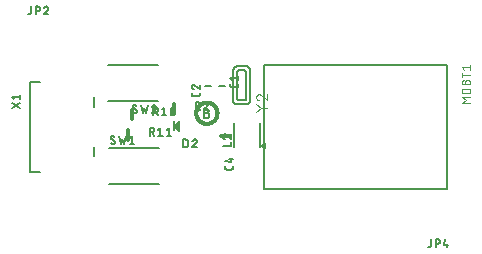
<source format=gbr>
G04 EAGLE Gerber RS-274X export*
G75*
%MOMM*%
%FSLAX34Y34*%
%LPD*%
%INSilkscreen Top*%
%IPPOS*%
%AMOC8*
5,1,8,0,0,1.08239X$1,22.5*%
G01*
%ADD10C,0.203200*%
%ADD11C,0.152400*%
%ADD12C,0.127000*%
%ADD13R,0.190500X0.889000*%
%ADD14C,0.050800*%
%ADD15C,0.304800*%
%ADD16C,0.076200*%

G36*
X128292Y84586D02*
X128292Y84586D01*
X128309Y84584D01*
X128412Y84606D01*
X128517Y84624D01*
X128532Y84632D01*
X128550Y84636D01*
X128640Y84690D01*
X128734Y84740D01*
X128746Y84753D01*
X128761Y84762D01*
X128830Y84842D01*
X128902Y84919D01*
X128909Y84936D01*
X128921Y84949D01*
X128960Y85047D01*
X129004Y85143D01*
X129006Y85161D01*
X129013Y85177D01*
X129031Y85344D01*
X129031Y92964D01*
X129029Y92981D01*
X129030Y92996D01*
X129030Y92999D01*
X129009Y93103D01*
X128992Y93207D01*
X128983Y93222D01*
X128980Y93240D01*
X128926Y93331D01*
X128876Y93424D01*
X128864Y93436D01*
X128855Y93452D01*
X128775Y93521D01*
X128698Y93594D01*
X128682Y93601D01*
X128668Y93613D01*
X128571Y93653D01*
X128475Y93697D01*
X128457Y93699D01*
X128441Y93706D01*
X128335Y93713D01*
X128231Y93724D01*
X128213Y93720D01*
X128195Y93722D01*
X128093Y93694D01*
X128020Y93678D01*
X128017Y93678D01*
X127990Y93672D01*
X127975Y93663D01*
X127958Y93658D01*
X127813Y93573D01*
X122733Y89763D01*
X122730Y89760D01*
X122727Y89758D01*
X122645Y89671D01*
X122563Y89586D01*
X122561Y89582D01*
X122558Y89579D01*
X122508Y89470D01*
X122458Y89363D01*
X122458Y89359D01*
X122456Y89355D01*
X122443Y89237D01*
X122430Y89119D01*
X122430Y89115D01*
X122430Y89110D01*
X122456Y88994D01*
X122481Y88878D01*
X122483Y88874D01*
X122484Y88870D01*
X122545Y88768D01*
X122606Y88666D01*
X122609Y88663D01*
X122611Y88660D01*
X122733Y88545D01*
X127813Y84735D01*
X127829Y84727D01*
X127842Y84715D01*
X127938Y84670D01*
X128031Y84621D01*
X128049Y84618D01*
X128065Y84611D01*
X128170Y84599D01*
X128274Y84583D01*
X128292Y84586D01*
G37*
D10*
X68408Y71134D02*
X110408Y71134D01*
X110408Y40626D02*
X68408Y40626D01*
D11*
X72051Y74422D02*
X72125Y74424D01*
X72199Y74430D01*
X72273Y74439D01*
X72346Y74452D01*
X72419Y74469D01*
X72490Y74489D01*
X72561Y74513D01*
X72630Y74541D01*
X72697Y74572D01*
X72763Y74606D01*
X72828Y74644D01*
X72890Y74685D01*
X72950Y74729D01*
X73007Y74776D01*
X73062Y74826D01*
X73115Y74879D01*
X73165Y74934D01*
X73212Y74991D01*
X73256Y75051D01*
X73297Y75113D01*
X73335Y75178D01*
X73369Y75243D01*
X73400Y75311D01*
X73428Y75380D01*
X73452Y75451D01*
X73472Y75522D01*
X73489Y75594D01*
X73502Y75668D01*
X73511Y75741D01*
X73517Y75816D01*
X73519Y75890D01*
X72051Y74422D02*
X71940Y74424D01*
X71829Y74430D01*
X71718Y74440D01*
X71607Y74454D01*
X71498Y74472D01*
X71389Y74494D01*
X71280Y74519D01*
X71173Y74549D01*
X71067Y74582D01*
X70962Y74620D01*
X70859Y74660D01*
X70757Y74705D01*
X70657Y74753D01*
X70558Y74805D01*
X70462Y74860D01*
X70367Y74919D01*
X70275Y74981D01*
X70185Y75047D01*
X70097Y75115D01*
X70012Y75187D01*
X69930Y75262D01*
X69850Y75339D01*
X70033Y79558D02*
X70035Y79632D01*
X70041Y79707D01*
X70050Y79780D01*
X70063Y79854D01*
X70080Y79926D01*
X70100Y79997D01*
X70124Y80068D01*
X70152Y80137D01*
X70183Y80204D01*
X70217Y80270D01*
X70255Y80335D01*
X70296Y80397D01*
X70340Y80457D01*
X70387Y80514D01*
X70437Y80569D01*
X70490Y80622D01*
X70545Y80672D01*
X70602Y80719D01*
X70662Y80763D01*
X70724Y80804D01*
X70789Y80842D01*
X70855Y80876D01*
X70922Y80907D01*
X70991Y80935D01*
X71062Y80959D01*
X71133Y80979D01*
X71205Y80996D01*
X71279Y81009D01*
X71352Y81018D01*
X71427Y81024D01*
X71501Y81026D01*
X71605Y81024D01*
X71709Y81018D01*
X71813Y81008D01*
X71916Y80995D01*
X72019Y80977D01*
X72121Y80955D01*
X72222Y80930D01*
X72322Y80901D01*
X72421Y80868D01*
X72518Y80831D01*
X72614Y80791D01*
X72709Y80747D01*
X72801Y80699D01*
X72892Y80649D01*
X72981Y80594D01*
X73068Y80537D01*
X73152Y80476D01*
X70767Y78273D02*
X70704Y78312D01*
X70644Y78354D01*
X70586Y78399D01*
X70529Y78447D01*
X70476Y78498D01*
X70425Y78551D01*
X70376Y78606D01*
X70331Y78664D01*
X70288Y78724D01*
X70248Y78786D01*
X70212Y78850D01*
X70178Y78916D01*
X70148Y78984D01*
X70121Y79052D01*
X70098Y79122D01*
X70078Y79193D01*
X70062Y79265D01*
X70049Y79338D01*
X70040Y79411D01*
X70035Y79484D01*
X70033Y79558D01*
X72785Y77175D02*
X72848Y77136D01*
X72908Y77094D01*
X72967Y77049D01*
X73023Y77001D01*
X73076Y76950D01*
X73127Y76897D01*
X73176Y76842D01*
X73221Y76784D01*
X73264Y76724D01*
X73304Y76662D01*
X73340Y76598D01*
X73374Y76532D01*
X73404Y76464D01*
X73431Y76396D01*
X73454Y76326D01*
X73474Y76255D01*
X73490Y76183D01*
X73503Y76110D01*
X73512Y76037D01*
X73517Y75964D01*
X73519Y75890D01*
X72785Y77174D02*
X70767Y78274D01*
X76796Y81026D02*
X78264Y74422D01*
X79731Y78825D01*
X81199Y74422D01*
X82666Y81026D01*
X86187Y79558D02*
X88022Y81026D01*
X88022Y74422D01*
X89856Y74422D02*
X86187Y74422D01*
D12*
X55450Y105900D02*
X55450Y113900D01*
X55450Y71900D02*
X55450Y63900D01*
X10450Y126900D02*
X1450Y126900D01*
X1450Y50900D01*
X10450Y50900D01*
D11*
X-6704Y104567D02*
X-13308Y108970D01*
X-13308Y104567D02*
X-6704Y108970D01*
X-11840Y112249D02*
X-13308Y114084D01*
X-6704Y114084D01*
X-6704Y115918D02*
X-6704Y112249D01*
D13*
X123373Y89154D03*
D11*
X131520Y78232D02*
X131520Y71628D01*
X131520Y78232D02*
X133355Y78232D01*
X133440Y78230D01*
X133524Y78224D01*
X133608Y78214D01*
X133692Y78201D01*
X133775Y78183D01*
X133857Y78162D01*
X133938Y78137D01*
X134018Y78108D01*
X134096Y78076D01*
X134172Y78040D01*
X134247Y78000D01*
X134320Y77957D01*
X134391Y77911D01*
X134460Y77862D01*
X134527Y77809D01*
X134591Y77753D01*
X134652Y77695D01*
X134710Y77634D01*
X134766Y77570D01*
X134819Y77503D01*
X134868Y77434D01*
X134914Y77363D01*
X134957Y77290D01*
X134997Y77215D01*
X135033Y77139D01*
X135065Y77061D01*
X135094Y76981D01*
X135119Y76900D01*
X135140Y76818D01*
X135158Y76735D01*
X135171Y76651D01*
X135181Y76567D01*
X135187Y76483D01*
X135189Y76398D01*
X135189Y73462D01*
X135187Y73377D01*
X135181Y73293D01*
X135171Y73209D01*
X135158Y73125D01*
X135140Y73042D01*
X135119Y72960D01*
X135094Y72879D01*
X135065Y72799D01*
X135033Y72721D01*
X134997Y72645D01*
X134957Y72570D01*
X134914Y72497D01*
X134868Y72426D01*
X134819Y72357D01*
X134766Y72290D01*
X134710Y72226D01*
X134652Y72165D01*
X134591Y72107D01*
X134527Y72051D01*
X134460Y71998D01*
X134391Y71949D01*
X134320Y71903D01*
X134247Y71860D01*
X134172Y71820D01*
X134096Y71784D01*
X134018Y71752D01*
X133938Y71723D01*
X133857Y71698D01*
X133775Y71677D01*
X133692Y71659D01*
X133608Y71646D01*
X133524Y71636D01*
X133440Y71630D01*
X133355Y71628D01*
X131520Y71628D01*
X141097Y78232D02*
X141176Y78230D01*
X141254Y78225D01*
X141332Y78215D01*
X141409Y78202D01*
X141486Y78185D01*
X141562Y78165D01*
X141637Y78141D01*
X141711Y78114D01*
X141783Y78083D01*
X141854Y78048D01*
X141923Y78011D01*
X141990Y77970D01*
X142055Y77926D01*
X142118Y77879D01*
X142178Y77829D01*
X142236Y77776D01*
X142292Y77720D01*
X142345Y77662D01*
X142395Y77602D01*
X142442Y77539D01*
X142486Y77474D01*
X142527Y77407D01*
X142564Y77338D01*
X142599Y77267D01*
X142630Y77195D01*
X142657Y77121D01*
X142681Y77046D01*
X142701Y76970D01*
X142718Y76893D01*
X142731Y76816D01*
X142741Y76738D01*
X142746Y76660D01*
X142748Y76581D01*
X141097Y78232D02*
X141008Y78230D01*
X140919Y78225D01*
X140831Y78215D01*
X140743Y78202D01*
X140656Y78186D01*
X140569Y78165D01*
X140484Y78141D01*
X140399Y78114D01*
X140316Y78083D01*
X140234Y78048D01*
X140153Y78010D01*
X140074Y77969D01*
X139998Y77925D01*
X139922Y77877D01*
X139849Y77826D01*
X139779Y77773D01*
X139710Y77716D01*
X139644Y77656D01*
X139581Y77594D01*
X139520Y77529D01*
X139462Y77462D01*
X139407Y77392D01*
X139354Y77320D01*
X139305Y77246D01*
X139259Y77170D01*
X139217Y77092D01*
X139177Y77012D01*
X139141Y76931D01*
X139108Y76848D01*
X139079Y76764D01*
X142198Y75297D02*
X142254Y75353D01*
X142308Y75412D01*
X142359Y75473D01*
X142408Y75537D01*
X142453Y75602D01*
X142496Y75670D01*
X142535Y75739D01*
X142572Y75810D01*
X142605Y75883D01*
X142634Y75957D01*
X142661Y76032D01*
X142684Y76108D01*
X142703Y76186D01*
X142719Y76264D01*
X142732Y76342D01*
X142741Y76422D01*
X142746Y76501D01*
X142748Y76581D01*
X142198Y75297D02*
X139079Y71628D01*
X142748Y71628D01*
D12*
X354360Y36400D02*
X354360Y141400D01*
X354360Y36400D02*
X199360Y36400D01*
X199360Y141400D01*
X354360Y141400D01*
D14*
X367114Y109139D02*
X374226Y109139D01*
X371065Y111510D02*
X367114Y109139D01*
X371065Y111510D02*
X367114Y113881D01*
X374226Y113881D01*
X374226Y117307D02*
X367114Y117307D01*
X367114Y119282D01*
X367116Y119368D01*
X367122Y119454D01*
X367131Y119540D01*
X367144Y119625D01*
X367161Y119710D01*
X367181Y119793D01*
X367205Y119876D01*
X367233Y119958D01*
X367264Y120038D01*
X367299Y120117D01*
X367337Y120194D01*
X367379Y120270D01*
X367423Y120344D01*
X367471Y120415D01*
X367522Y120485D01*
X367576Y120552D01*
X367633Y120617D01*
X367693Y120679D01*
X367755Y120739D01*
X367820Y120796D01*
X367887Y120850D01*
X367957Y120901D01*
X368028Y120949D01*
X368102Y120993D01*
X368178Y121035D01*
X368255Y121073D01*
X368334Y121108D01*
X368414Y121139D01*
X368496Y121167D01*
X368579Y121191D01*
X368662Y121211D01*
X368747Y121228D01*
X368832Y121241D01*
X368918Y121250D01*
X369004Y121256D01*
X369090Y121258D01*
X372250Y121258D01*
X372336Y121256D01*
X372422Y121250D01*
X372508Y121241D01*
X372593Y121228D01*
X372678Y121211D01*
X372761Y121191D01*
X372844Y121167D01*
X372926Y121139D01*
X373006Y121108D01*
X373085Y121073D01*
X373162Y121035D01*
X373238Y120993D01*
X373312Y120949D01*
X373383Y120901D01*
X373453Y120850D01*
X373520Y120796D01*
X373585Y120739D01*
X373647Y120679D01*
X373707Y120617D01*
X373764Y120552D01*
X373818Y120485D01*
X373869Y120415D01*
X373917Y120344D01*
X373961Y120270D01*
X374003Y120194D01*
X374041Y120117D01*
X374076Y120038D01*
X374107Y119958D01*
X374135Y119876D01*
X374159Y119793D01*
X374179Y119710D01*
X374196Y119625D01*
X374209Y119540D01*
X374218Y119454D01*
X374224Y119368D01*
X374226Y119282D01*
X374226Y117307D01*
X370275Y124715D02*
X370275Y126691D01*
X370274Y126691D02*
X370276Y126778D01*
X370282Y126866D01*
X370291Y126953D01*
X370305Y127039D01*
X370322Y127125D01*
X370343Y127209D01*
X370368Y127293D01*
X370397Y127376D01*
X370429Y127457D01*
X370464Y127537D01*
X370503Y127615D01*
X370546Y127692D01*
X370592Y127766D01*
X370641Y127838D01*
X370693Y127908D01*
X370749Y127976D01*
X370807Y128041D01*
X370868Y128104D01*
X370932Y128163D01*
X370999Y128220D01*
X371067Y128274D01*
X371139Y128325D01*
X371212Y128372D01*
X371287Y128417D01*
X371365Y128458D01*
X371444Y128495D01*
X371524Y128529D01*
X371606Y128559D01*
X371689Y128586D01*
X371774Y128609D01*
X371859Y128628D01*
X371945Y128643D01*
X372032Y128655D01*
X372119Y128663D01*
X372206Y128667D01*
X372294Y128667D01*
X372381Y128663D01*
X372468Y128655D01*
X372555Y128643D01*
X372641Y128628D01*
X372726Y128609D01*
X372811Y128586D01*
X372894Y128559D01*
X372976Y128529D01*
X373056Y128495D01*
X373135Y128458D01*
X373213Y128417D01*
X373288Y128372D01*
X373361Y128325D01*
X373433Y128274D01*
X373501Y128220D01*
X373568Y128163D01*
X373632Y128104D01*
X373693Y128041D01*
X373751Y127976D01*
X373807Y127908D01*
X373859Y127838D01*
X373908Y127766D01*
X373954Y127692D01*
X373997Y127615D01*
X374036Y127537D01*
X374071Y127457D01*
X374103Y127376D01*
X374132Y127293D01*
X374157Y127209D01*
X374178Y127125D01*
X374195Y127039D01*
X374209Y126953D01*
X374218Y126866D01*
X374224Y126778D01*
X374226Y126691D01*
X374226Y124715D01*
X367114Y124715D01*
X367114Y126691D01*
X367116Y126770D01*
X367122Y126848D01*
X367132Y126926D01*
X367145Y127004D01*
X367163Y127081D01*
X367184Y127157D01*
X367209Y127231D01*
X367238Y127305D01*
X367270Y127377D01*
X367306Y127447D01*
X367346Y127515D01*
X367389Y127581D01*
X367435Y127645D01*
X367484Y127707D01*
X367536Y127766D01*
X367591Y127822D01*
X367649Y127876D01*
X367709Y127926D01*
X367772Y127974D01*
X367837Y128018D01*
X367904Y128059D01*
X367973Y128097D01*
X368044Y128131D01*
X368117Y128162D01*
X368191Y128189D01*
X368266Y128212D01*
X368342Y128231D01*
X368420Y128247D01*
X368498Y128259D01*
X368576Y128267D01*
X368655Y128271D01*
X368733Y128271D01*
X368812Y128267D01*
X368890Y128259D01*
X368968Y128247D01*
X369046Y128231D01*
X369122Y128212D01*
X369197Y128189D01*
X369271Y128162D01*
X369344Y128131D01*
X369415Y128097D01*
X369484Y128059D01*
X369551Y128018D01*
X369616Y127974D01*
X369679Y127926D01*
X369739Y127876D01*
X369797Y127822D01*
X369852Y127766D01*
X369904Y127707D01*
X369953Y127645D01*
X369999Y127581D01*
X370042Y127515D01*
X370082Y127447D01*
X370118Y127377D01*
X370150Y127305D01*
X370179Y127231D01*
X370204Y127157D01*
X370225Y127081D01*
X370243Y127004D01*
X370256Y126926D01*
X370266Y126848D01*
X370272Y126770D01*
X370274Y126691D01*
X367114Y132770D02*
X374226Y132770D01*
X367114Y130794D02*
X367114Y134745D01*
X368694Y137195D02*
X367114Y139170D01*
X374226Y139170D01*
X374226Y137195D02*
X374226Y141146D01*
D15*
X171259Y81026D02*
X163259Y81026D01*
D11*
X173355Y55619D02*
X173355Y54151D01*
X173353Y54077D01*
X173347Y54002D01*
X173338Y53929D01*
X173325Y53855D01*
X173308Y53783D01*
X173288Y53712D01*
X173264Y53641D01*
X173236Y53572D01*
X173205Y53505D01*
X173171Y53439D01*
X173133Y53374D01*
X173092Y53312D01*
X173048Y53252D01*
X173001Y53195D01*
X172951Y53140D01*
X172898Y53087D01*
X172843Y53037D01*
X172786Y52990D01*
X172726Y52946D01*
X172664Y52905D01*
X172599Y52867D01*
X172534Y52833D01*
X172466Y52802D01*
X172397Y52774D01*
X172326Y52750D01*
X172255Y52730D01*
X172183Y52713D01*
X172109Y52700D01*
X172036Y52691D01*
X171961Y52685D01*
X171887Y52683D01*
X171887Y52684D02*
X168219Y52684D01*
X168219Y52683D02*
X168145Y52685D01*
X168070Y52691D01*
X167997Y52700D01*
X167923Y52713D01*
X167851Y52730D01*
X167780Y52750D01*
X167709Y52774D01*
X167640Y52802D01*
X167573Y52833D01*
X167507Y52867D01*
X167442Y52905D01*
X167380Y52946D01*
X167320Y52990D01*
X167263Y53037D01*
X167208Y53087D01*
X167155Y53140D01*
X167105Y53195D01*
X167058Y53252D01*
X167014Y53312D01*
X166973Y53374D01*
X166935Y53439D01*
X166901Y53504D01*
X166870Y53572D01*
X166842Y53641D01*
X166818Y53712D01*
X166798Y53783D01*
X166781Y53855D01*
X166768Y53929D01*
X166759Y54002D01*
X166753Y54077D01*
X166751Y54151D01*
X166751Y55619D01*
X166751Y60283D02*
X171887Y58815D01*
X171887Y62484D01*
X170420Y61383D02*
X173355Y61383D01*
D15*
X123317Y99886D02*
X123317Y107886D01*
D11*
X141859Y109982D02*
X141859Y103378D01*
X141859Y109982D02*
X143693Y109982D01*
X143778Y109980D01*
X143862Y109974D01*
X143946Y109964D01*
X144030Y109951D01*
X144113Y109933D01*
X144195Y109912D01*
X144276Y109887D01*
X144356Y109858D01*
X144434Y109826D01*
X144510Y109790D01*
X144585Y109750D01*
X144658Y109707D01*
X144729Y109661D01*
X144798Y109612D01*
X144865Y109559D01*
X144929Y109503D01*
X144990Y109445D01*
X145048Y109384D01*
X145104Y109320D01*
X145157Y109253D01*
X145206Y109184D01*
X145252Y109113D01*
X145295Y109040D01*
X145335Y108965D01*
X145371Y108889D01*
X145403Y108811D01*
X145432Y108731D01*
X145457Y108650D01*
X145478Y108568D01*
X145496Y108485D01*
X145509Y108401D01*
X145519Y108317D01*
X145525Y108233D01*
X145527Y108148D01*
X145525Y108063D01*
X145519Y107979D01*
X145509Y107895D01*
X145496Y107811D01*
X145478Y107728D01*
X145457Y107646D01*
X145432Y107565D01*
X145403Y107485D01*
X145371Y107407D01*
X145335Y107331D01*
X145295Y107256D01*
X145252Y107183D01*
X145206Y107112D01*
X145157Y107043D01*
X145104Y106976D01*
X145048Y106912D01*
X144990Y106851D01*
X144929Y106793D01*
X144865Y106737D01*
X144798Y106684D01*
X144729Y106635D01*
X144658Y106589D01*
X144585Y106546D01*
X144510Y106506D01*
X144434Y106470D01*
X144356Y106438D01*
X144276Y106409D01*
X144195Y106384D01*
X144113Y106363D01*
X144030Y106345D01*
X143946Y106332D01*
X143862Y106322D01*
X143778Y106316D01*
X143693Y106314D01*
X143693Y106313D02*
X141859Y106313D01*
X144060Y106313D02*
X145528Y103378D01*
X151113Y109982D02*
X151192Y109980D01*
X151270Y109975D01*
X151348Y109965D01*
X151425Y109952D01*
X151502Y109935D01*
X151578Y109915D01*
X151653Y109891D01*
X151727Y109864D01*
X151799Y109833D01*
X151870Y109798D01*
X151939Y109761D01*
X152006Y109720D01*
X152071Y109676D01*
X152134Y109629D01*
X152194Y109579D01*
X152252Y109526D01*
X152308Y109470D01*
X152361Y109412D01*
X152411Y109352D01*
X152458Y109289D01*
X152502Y109224D01*
X152543Y109157D01*
X152580Y109088D01*
X152615Y109017D01*
X152646Y108945D01*
X152673Y108871D01*
X152697Y108796D01*
X152717Y108720D01*
X152734Y108643D01*
X152747Y108566D01*
X152757Y108488D01*
X152762Y108410D01*
X152764Y108331D01*
X151113Y109982D02*
X151024Y109980D01*
X150935Y109975D01*
X150847Y109965D01*
X150759Y109952D01*
X150672Y109936D01*
X150585Y109915D01*
X150500Y109891D01*
X150415Y109864D01*
X150332Y109833D01*
X150250Y109798D01*
X150169Y109760D01*
X150090Y109719D01*
X150014Y109675D01*
X149938Y109627D01*
X149865Y109576D01*
X149795Y109523D01*
X149726Y109466D01*
X149660Y109406D01*
X149597Y109344D01*
X149536Y109279D01*
X149478Y109212D01*
X149423Y109142D01*
X149370Y109070D01*
X149321Y108996D01*
X149275Y108920D01*
X149233Y108842D01*
X149193Y108762D01*
X149157Y108681D01*
X149124Y108598D01*
X149095Y108514D01*
X152214Y107047D02*
X152270Y107103D01*
X152324Y107162D01*
X152375Y107223D01*
X152424Y107287D01*
X152469Y107352D01*
X152512Y107420D01*
X152551Y107489D01*
X152588Y107560D01*
X152621Y107633D01*
X152650Y107707D01*
X152677Y107782D01*
X152700Y107858D01*
X152719Y107936D01*
X152735Y108014D01*
X152748Y108092D01*
X152757Y108172D01*
X152762Y108251D01*
X152764Y108331D01*
X152214Y107047D02*
X149095Y103378D01*
X152764Y103378D01*
D15*
X87630Y103060D02*
X87630Y95060D01*
D11*
X106172Y98552D02*
X106172Y105156D01*
X108006Y105156D01*
X108091Y105154D01*
X108175Y105148D01*
X108259Y105138D01*
X108343Y105125D01*
X108426Y105107D01*
X108508Y105086D01*
X108589Y105061D01*
X108669Y105032D01*
X108747Y105000D01*
X108823Y104964D01*
X108898Y104924D01*
X108971Y104881D01*
X109042Y104835D01*
X109111Y104786D01*
X109178Y104733D01*
X109242Y104677D01*
X109303Y104619D01*
X109361Y104558D01*
X109417Y104494D01*
X109470Y104427D01*
X109519Y104358D01*
X109565Y104287D01*
X109608Y104214D01*
X109648Y104139D01*
X109684Y104063D01*
X109716Y103985D01*
X109745Y103905D01*
X109770Y103824D01*
X109791Y103742D01*
X109809Y103659D01*
X109822Y103575D01*
X109832Y103491D01*
X109838Y103407D01*
X109840Y103322D01*
X109838Y103237D01*
X109832Y103153D01*
X109822Y103069D01*
X109809Y102985D01*
X109791Y102902D01*
X109770Y102820D01*
X109745Y102739D01*
X109716Y102659D01*
X109684Y102581D01*
X109648Y102505D01*
X109608Y102430D01*
X109565Y102357D01*
X109519Y102286D01*
X109470Y102217D01*
X109417Y102150D01*
X109361Y102086D01*
X109303Y102025D01*
X109242Y101967D01*
X109178Y101911D01*
X109111Y101858D01*
X109042Y101809D01*
X108971Y101763D01*
X108898Y101720D01*
X108823Y101680D01*
X108747Y101644D01*
X108669Y101612D01*
X108589Y101583D01*
X108508Y101558D01*
X108426Y101537D01*
X108343Y101519D01*
X108259Y101506D01*
X108175Y101496D01*
X108091Y101490D01*
X108006Y101488D01*
X108006Y101487D02*
X106172Y101487D01*
X108373Y101487D02*
X109841Y98552D01*
X113408Y103688D02*
X115243Y105156D01*
X115243Y98552D01*
X117077Y98552D02*
X113408Y98552D01*
X120724Y101854D02*
X120726Y101999D01*
X120732Y102144D01*
X120741Y102289D01*
X120755Y102434D01*
X120772Y102578D01*
X120794Y102721D01*
X120819Y102865D01*
X120848Y103007D01*
X120880Y103148D01*
X120917Y103289D01*
X120957Y103428D01*
X121001Y103567D01*
X121048Y103704D01*
X121099Y103840D01*
X121154Y103974D01*
X121212Y104107D01*
X121274Y104239D01*
X121273Y104239D02*
X121299Y104308D01*
X121328Y104375D01*
X121361Y104441D01*
X121397Y104504D01*
X121437Y104566D01*
X121480Y104625D01*
X121526Y104682D01*
X121575Y104736D01*
X121627Y104788D01*
X121682Y104837D01*
X121739Y104882D01*
X121799Y104925D01*
X121861Y104964D01*
X121924Y105000D01*
X121990Y105033D01*
X122057Y105061D01*
X122126Y105087D01*
X122196Y105108D01*
X122267Y105126D01*
X122339Y105139D01*
X122412Y105149D01*
X122485Y105155D01*
X122558Y105157D01*
X122558Y105156D02*
X122631Y105154D01*
X122704Y105148D01*
X122777Y105138D01*
X122849Y105125D01*
X122920Y105107D01*
X122990Y105086D01*
X123058Y105060D01*
X123126Y105032D01*
X123191Y104999D01*
X123255Y104963D01*
X123317Y104924D01*
X123376Y104882D01*
X123433Y104836D01*
X123488Y104787D01*
X123540Y104736D01*
X123589Y104681D01*
X123635Y104624D01*
X123678Y104565D01*
X123718Y104504D01*
X123754Y104440D01*
X123787Y104375D01*
X123816Y104308D01*
X123842Y104239D01*
X123904Y104107D01*
X123962Y103974D01*
X124017Y103840D01*
X124068Y103704D01*
X124115Y103567D01*
X124159Y103428D01*
X124199Y103289D01*
X124236Y103148D01*
X124268Y103007D01*
X124297Y102865D01*
X124322Y102722D01*
X124344Y102578D01*
X124361Y102434D01*
X124375Y102289D01*
X124384Y102144D01*
X124390Y101999D01*
X124392Y101854D01*
X120724Y101854D02*
X120726Y101709D01*
X120732Y101564D01*
X120741Y101419D01*
X120755Y101274D01*
X120772Y101130D01*
X120794Y100987D01*
X120819Y100844D01*
X120847Y100701D01*
X120880Y100560D01*
X120917Y100419D01*
X120957Y100280D01*
X121001Y100141D01*
X121048Y100004D01*
X121099Y99868D01*
X121154Y99734D01*
X121212Y99601D01*
X121274Y99469D01*
X121273Y99470D02*
X121299Y99401D01*
X121328Y99334D01*
X121361Y99268D01*
X121397Y99205D01*
X121437Y99143D01*
X121480Y99084D01*
X121526Y99027D01*
X121575Y98973D01*
X121627Y98921D01*
X121682Y98872D01*
X121739Y98827D01*
X121799Y98784D01*
X121861Y98745D01*
X121924Y98709D01*
X121990Y98676D01*
X122057Y98648D01*
X122126Y98622D01*
X122196Y98601D01*
X122267Y98583D01*
X122339Y98570D01*
X122412Y98560D01*
X122485Y98554D01*
X122558Y98552D01*
X123842Y99469D02*
X123904Y99601D01*
X123962Y99734D01*
X124017Y99868D01*
X124068Y100004D01*
X124115Y100141D01*
X124159Y100280D01*
X124199Y100419D01*
X124236Y100560D01*
X124268Y100701D01*
X124297Y100843D01*
X124322Y100986D01*
X124344Y101130D01*
X124361Y101274D01*
X124375Y101419D01*
X124384Y101564D01*
X124390Y101709D01*
X124392Y101854D01*
X123842Y99469D02*
X123816Y99400D01*
X123787Y99333D01*
X123754Y99268D01*
X123718Y99204D01*
X123678Y99143D01*
X123635Y99084D01*
X123589Y99027D01*
X123540Y98972D01*
X123488Y98921D01*
X123433Y98872D01*
X123376Y98826D01*
X123317Y98784D01*
X123255Y98745D01*
X123191Y98709D01*
X123126Y98676D01*
X123058Y98648D01*
X122990Y98622D01*
X122920Y98601D01*
X122848Y98583D01*
X122777Y98570D01*
X122704Y98560D01*
X122631Y98554D01*
X122558Y98552D01*
X121090Y100020D02*
X124026Y103688D01*
D15*
X84455Y85915D02*
X84455Y77915D01*
D11*
X102997Y81407D02*
X102997Y88011D01*
X104831Y88011D01*
X104916Y88009D01*
X105000Y88003D01*
X105084Y87993D01*
X105168Y87980D01*
X105251Y87962D01*
X105333Y87941D01*
X105414Y87916D01*
X105494Y87887D01*
X105572Y87855D01*
X105648Y87819D01*
X105723Y87779D01*
X105796Y87736D01*
X105867Y87690D01*
X105936Y87641D01*
X106003Y87588D01*
X106067Y87532D01*
X106128Y87474D01*
X106186Y87413D01*
X106242Y87349D01*
X106295Y87282D01*
X106344Y87213D01*
X106390Y87142D01*
X106433Y87069D01*
X106473Y86994D01*
X106509Y86918D01*
X106541Y86840D01*
X106570Y86760D01*
X106595Y86679D01*
X106616Y86597D01*
X106634Y86514D01*
X106647Y86430D01*
X106657Y86346D01*
X106663Y86262D01*
X106665Y86177D01*
X106663Y86092D01*
X106657Y86008D01*
X106647Y85924D01*
X106634Y85840D01*
X106616Y85757D01*
X106595Y85675D01*
X106570Y85594D01*
X106541Y85514D01*
X106509Y85436D01*
X106473Y85360D01*
X106433Y85285D01*
X106390Y85212D01*
X106344Y85141D01*
X106295Y85072D01*
X106242Y85005D01*
X106186Y84941D01*
X106128Y84880D01*
X106067Y84822D01*
X106003Y84766D01*
X105936Y84713D01*
X105867Y84664D01*
X105796Y84618D01*
X105723Y84575D01*
X105648Y84535D01*
X105572Y84499D01*
X105494Y84467D01*
X105414Y84438D01*
X105333Y84413D01*
X105251Y84392D01*
X105168Y84374D01*
X105084Y84361D01*
X105000Y84351D01*
X104916Y84345D01*
X104831Y84343D01*
X104831Y84342D02*
X102997Y84342D01*
X105198Y84342D02*
X106666Y81407D01*
X110233Y86543D02*
X112068Y88011D01*
X112068Y81407D01*
X113902Y81407D02*
X110233Y81407D01*
X117549Y86543D02*
X119383Y88011D01*
X119383Y81407D01*
X117549Y81407D02*
X121217Y81407D01*
X2201Y185618D02*
X2201Y190754D01*
X2202Y185618D02*
X2200Y185544D01*
X2194Y185469D01*
X2185Y185396D01*
X2172Y185322D01*
X2155Y185250D01*
X2135Y185179D01*
X2111Y185108D01*
X2083Y185039D01*
X2052Y184971D01*
X2018Y184906D01*
X1980Y184841D01*
X1939Y184779D01*
X1895Y184719D01*
X1848Y184662D01*
X1798Y184607D01*
X1745Y184554D01*
X1690Y184504D01*
X1633Y184457D01*
X1573Y184413D01*
X1511Y184372D01*
X1446Y184334D01*
X1380Y184300D01*
X1313Y184269D01*
X1244Y184241D01*
X1173Y184217D01*
X1102Y184197D01*
X1029Y184180D01*
X956Y184167D01*
X882Y184158D01*
X808Y184152D01*
X734Y184150D01*
X0Y184150D01*
X6467Y184150D02*
X6467Y190754D01*
X8301Y190754D01*
X8386Y190752D01*
X8470Y190746D01*
X8554Y190736D01*
X8638Y190723D01*
X8721Y190705D01*
X8803Y190684D01*
X8884Y190659D01*
X8964Y190630D01*
X9042Y190598D01*
X9118Y190562D01*
X9193Y190522D01*
X9266Y190479D01*
X9337Y190433D01*
X9406Y190384D01*
X9473Y190331D01*
X9537Y190275D01*
X9598Y190217D01*
X9656Y190156D01*
X9712Y190092D01*
X9765Y190025D01*
X9814Y189956D01*
X9860Y189885D01*
X9903Y189812D01*
X9943Y189737D01*
X9979Y189661D01*
X10011Y189583D01*
X10040Y189503D01*
X10065Y189422D01*
X10086Y189340D01*
X10104Y189257D01*
X10117Y189173D01*
X10127Y189089D01*
X10133Y189005D01*
X10135Y188920D01*
X10133Y188835D01*
X10127Y188751D01*
X10117Y188667D01*
X10104Y188583D01*
X10086Y188500D01*
X10065Y188418D01*
X10040Y188337D01*
X10011Y188257D01*
X9979Y188179D01*
X9943Y188103D01*
X9903Y188028D01*
X9860Y187955D01*
X9814Y187884D01*
X9765Y187815D01*
X9712Y187748D01*
X9656Y187684D01*
X9598Y187623D01*
X9537Y187565D01*
X9473Y187509D01*
X9406Y187456D01*
X9337Y187407D01*
X9266Y187361D01*
X9193Y187318D01*
X9118Y187278D01*
X9042Y187242D01*
X8964Y187210D01*
X8884Y187181D01*
X8803Y187156D01*
X8721Y187135D01*
X8638Y187117D01*
X8554Y187104D01*
X8470Y187094D01*
X8386Y187088D01*
X8301Y187086D01*
X8301Y187085D02*
X6467Y187085D01*
X15375Y190754D02*
X15454Y190752D01*
X15532Y190747D01*
X15610Y190737D01*
X15687Y190724D01*
X15764Y190707D01*
X15840Y190687D01*
X15915Y190663D01*
X15989Y190636D01*
X16061Y190605D01*
X16132Y190570D01*
X16201Y190533D01*
X16268Y190492D01*
X16333Y190448D01*
X16396Y190401D01*
X16456Y190351D01*
X16514Y190298D01*
X16570Y190242D01*
X16623Y190184D01*
X16673Y190124D01*
X16720Y190061D01*
X16764Y189996D01*
X16805Y189929D01*
X16842Y189860D01*
X16877Y189789D01*
X16908Y189717D01*
X16935Y189643D01*
X16959Y189568D01*
X16979Y189492D01*
X16996Y189415D01*
X17009Y189338D01*
X17019Y189260D01*
X17024Y189182D01*
X17026Y189103D01*
X15375Y190754D02*
X15286Y190752D01*
X15197Y190747D01*
X15109Y190737D01*
X15021Y190724D01*
X14934Y190708D01*
X14847Y190687D01*
X14762Y190663D01*
X14677Y190636D01*
X14594Y190605D01*
X14512Y190570D01*
X14431Y190532D01*
X14352Y190491D01*
X14276Y190447D01*
X14200Y190399D01*
X14127Y190348D01*
X14057Y190295D01*
X13988Y190238D01*
X13922Y190178D01*
X13859Y190116D01*
X13798Y190051D01*
X13740Y189984D01*
X13685Y189914D01*
X13632Y189842D01*
X13583Y189768D01*
X13537Y189692D01*
X13495Y189614D01*
X13455Y189534D01*
X13419Y189453D01*
X13386Y189370D01*
X13357Y189286D01*
X16475Y187819D02*
X16531Y187875D01*
X16585Y187934D01*
X16636Y187995D01*
X16685Y188059D01*
X16730Y188124D01*
X16773Y188192D01*
X16812Y188261D01*
X16849Y188332D01*
X16882Y188405D01*
X16911Y188479D01*
X16938Y188554D01*
X16961Y188630D01*
X16980Y188708D01*
X16996Y188786D01*
X17009Y188864D01*
X17018Y188944D01*
X17023Y189023D01*
X17025Y189103D01*
X16475Y187819D02*
X13357Y184150D01*
X17026Y184150D01*
X340776Y-6350D02*
X340776Y-11486D01*
X340774Y-11560D01*
X340768Y-11635D01*
X340759Y-11708D01*
X340746Y-11782D01*
X340729Y-11854D01*
X340709Y-11925D01*
X340685Y-11996D01*
X340657Y-12065D01*
X340626Y-12133D01*
X340592Y-12198D01*
X340554Y-12263D01*
X340513Y-12325D01*
X340469Y-12385D01*
X340422Y-12442D01*
X340372Y-12497D01*
X340319Y-12550D01*
X340264Y-12600D01*
X340207Y-12647D01*
X340147Y-12691D01*
X340085Y-12732D01*
X340020Y-12770D01*
X339954Y-12804D01*
X339887Y-12835D01*
X339818Y-12863D01*
X339747Y-12887D01*
X339676Y-12907D01*
X339603Y-12924D01*
X339530Y-12937D01*
X339456Y-12946D01*
X339382Y-12952D01*
X339308Y-12954D01*
X338574Y-12954D01*
X345041Y-12954D02*
X345041Y-6350D01*
X346875Y-6350D01*
X346960Y-6352D01*
X347044Y-6358D01*
X347128Y-6368D01*
X347212Y-6381D01*
X347295Y-6399D01*
X347377Y-6420D01*
X347458Y-6445D01*
X347538Y-6474D01*
X347616Y-6506D01*
X347692Y-6542D01*
X347767Y-6582D01*
X347840Y-6625D01*
X347911Y-6671D01*
X347980Y-6720D01*
X348047Y-6773D01*
X348111Y-6829D01*
X348172Y-6887D01*
X348230Y-6948D01*
X348286Y-7012D01*
X348339Y-7079D01*
X348388Y-7148D01*
X348434Y-7219D01*
X348477Y-7292D01*
X348517Y-7367D01*
X348553Y-7443D01*
X348585Y-7521D01*
X348614Y-7601D01*
X348639Y-7682D01*
X348660Y-7764D01*
X348678Y-7847D01*
X348691Y-7931D01*
X348701Y-8015D01*
X348707Y-8099D01*
X348709Y-8184D01*
X348707Y-8269D01*
X348701Y-8353D01*
X348691Y-8437D01*
X348678Y-8521D01*
X348660Y-8604D01*
X348639Y-8686D01*
X348614Y-8767D01*
X348585Y-8847D01*
X348553Y-8925D01*
X348517Y-9001D01*
X348477Y-9076D01*
X348434Y-9149D01*
X348388Y-9220D01*
X348339Y-9289D01*
X348286Y-9356D01*
X348230Y-9420D01*
X348172Y-9481D01*
X348111Y-9539D01*
X348047Y-9595D01*
X347980Y-9648D01*
X347911Y-9697D01*
X347840Y-9743D01*
X347767Y-9786D01*
X347692Y-9826D01*
X347616Y-9862D01*
X347538Y-9894D01*
X347458Y-9923D01*
X347377Y-9948D01*
X347295Y-9969D01*
X347212Y-9987D01*
X347128Y-10000D01*
X347044Y-10010D01*
X346960Y-10016D01*
X346875Y-10018D01*
X346875Y-10019D02*
X345041Y-10019D01*
X351931Y-11486D02*
X353399Y-6350D01*
X351931Y-11486D02*
X355600Y-11486D01*
X354499Y-10019D02*
X354499Y-12954D01*
D12*
X196420Y71915D02*
X196420Y91915D01*
X174420Y91915D02*
X174420Y71915D01*
X200420Y70915D02*
X200420Y73915D01*
X200420Y74915D01*
X198420Y72915D01*
X200420Y70915D01*
X200420Y71915D01*
X199420Y72915D01*
D11*
X171658Y72677D02*
X165054Y72677D01*
X171658Y72677D02*
X171658Y75612D01*
X165054Y80767D02*
X165056Y80846D01*
X165061Y80924D01*
X165071Y81002D01*
X165084Y81079D01*
X165101Y81156D01*
X165121Y81232D01*
X165145Y81307D01*
X165172Y81381D01*
X165203Y81453D01*
X165238Y81524D01*
X165275Y81593D01*
X165316Y81660D01*
X165360Y81725D01*
X165407Y81788D01*
X165457Y81848D01*
X165510Y81906D01*
X165566Y81962D01*
X165624Y82015D01*
X165684Y82065D01*
X165747Y82112D01*
X165812Y82156D01*
X165880Y82197D01*
X165948Y82234D01*
X166019Y82269D01*
X166091Y82300D01*
X166165Y82327D01*
X166240Y82351D01*
X166316Y82371D01*
X166393Y82388D01*
X166470Y82401D01*
X166548Y82411D01*
X166626Y82416D01*
X166705Y82418D01*
X165054Y80767D02*
X165056Y80678D01*
X165061Y80589D01*
X165071Y80501D01*
X165084Y80413D01*
X165100Y80326D01*
X165121Y80239D01*
X165145Y80154D01*
X165172Y80069D01*
X165203Y79986D01*
X165238Y79904D01*
X165276Y79823D01*
X165317Y79744D01*
X165361Y79668D01*
X165409Y79592D01*
X165460Y79519D01*
X165513Y79449D01*
X165570Y79380D01*
X165630Y79314D01*
X165692Y79251D01*
X165757Y79190D01*
X165824Y79132D01*
X165894Y79077D01*
X165966Y79024D01*
X166040Y78975D01*
X166116Y78929D01*
X166194Y78887D01*
X166274Y78847D01*
X166355Y78811D01*
X166438Y78778D01*
X166522Y78749D01*
X167989Y81867D02*
X167933Y81923D01*
X167874Y81977D01*
X167813Y82028D01*
X167749Y82077D01*
X167684Y82122D01*
X167616Y82165D01*
X167547Y82204D01*
X167476Y82241D01*
X167403Y82274D01*
X167329Y82303D01*
X167254Y82330D01*
X167178Y82353D01*
X167100Y82372D01*
X167022Y82388D01*
X166944Y82401D01*
X166864Y82410D01*
X166785Y82415D01*
X166705Y82417D01*
X167989Y81867D02*
X171658Y78749D01*
X171658Y82418D01*
D10*
X109900Y110476D02*
X67900Y110476D01*
X67900Y140984D02*
X109900Y140984D01*
D11*
X92121Y102052D02*
X92119Y101978D01*
X92113Y101903D01*
X92104Y101830D01*
X92091Y101756D01*
X92074Y101684D01*
X92054Y101613D01*
X92030Y101542D01*
X92002Y101473D01*
X91971Y101405D01*
X91937Y101340D01*
X91899Y101275D01*
X91858Y101213D01*
X91814Y101153D01*
X91767Y101096D01*
X91717Y101041D01*
X91664Y100988D01*
X91609Y100938D01*
X91552Y100891D01*
X91492Y100847D01*
X91430Y100806D01*
X91365Y100768D01*
X91299Y100734D01*
X91232Y100703D01*
X91163Y100675D01*
X91092Y100651D01*
X91021Y100631D01*
X90948Y100614D01*
X90875Y100601D01*
X90801Y100592D01*
X90727Y100586D01*
X90653Y100584D01*
X90542Y100586D01*
X90431Y100592D01*
X90320Y100602D01*
X90209Y100616D01*
X90100Y100634D01*
X89991Y100656D01*
X89882Y100681D01*
X89775Y100711D01*
X89669Y100744D01*
X89564Y100782D01*
X89461Y100822D01*
X89359Y100867D01*
X89259Y100915D01*
X89160Y100967D01*
X89064Y101022D01*
X88969Y101081D01*
X88877Y101143D01*
X88787Y101209D01*
X88699Y101277D01*
X88614Y101349D01*
X88532Y101424D01*
X88452Y101501D01*
X88635Y105720D02*
X88637Y105794D01*
X88643Y105869D01*
X88652Y105942D01*
X88665Y106016D01*
X88682Y106088D01*
X88702Y106159D01*
X88726Y106230D01*
X88754Y106299D01*
X88785Y106366D01*
X88819Y106432D01*
X88857Y106497D01*
X88898Y106559D01*
X88942Y106619D01*
X88989Y106676D01*
X89039Y106731D01*
X89092Y106784D01*
X89147Y106834D01*
X89204Y106881D01*
X89264Y106925D01*
X89326Y106966D01*
X89391Y107004D01*
X89457Y107038D01*
X89524Y107069D01*
X89593Y107097D01*
X89664Y107121D01*
X89735Y107141D01*
X89807Y107158D01*
X89881Y107171D01*
X89954Y107180D01*
X90029Y107186D01*
X90103Y107188D01*
X90207Y107186D01*
X90311Y107180D01*
X90415Y107170D01*
X90518Y107157D01*
X90621Y107139D01*
X90723Y107117D01*
X90824Y107092D01*
X90924Y107063D01*
X91023Y107030D01*
X91120Y106993D01*
X91216Y106953D01*
X91311Y106909D01*
X91403Y106861D01*
X91494Y106811D01*
X91583Y106756D01*
X91670Y106699D01*
X91754Y106638D01*
X89369Y104435D02*
X89306Y104474D01*
X89246Y104516D01*
X89188Y104561D01*
X89131Y104609D01*
X89078Y104660D01*
X89027Y104713D01*
X88978Y104768D01*
X88933Y104826D01*
X88890Y104886D01*
X88850Y104948D01*
X88814Y105012D01*
X88780Y105078D01*
X88750Y105146D01*
X88723Y105214D01*
X88700Y105284D01*
X88680Y105355D01*
X88664Y105427D01*
X88651Y105500D01*
X88642Y105573D01*
X88637Y105646D01*
X88635Y105720D01*
X91387Y103337D02*
X91450Y103298D01*
X91510Y103256D01*
X91569Y103211D01*
X91625Y103163D01*
X91678Y103112D01*
X91729Y103059D01*
X91778Y103004D01*
X91823Y102946D01*
X91866Y102886D01*
X91906Y102824D01*
X91942Y102760D01*
X91976Y102694D01*
X92006Y102626D01*
X92033Y102558D01*
X92056Y102488D01*
X92076Y102417D01*
X92092Y102345D01*
X92105Y102272D01*
X92114Y102199D01*
X92119Y102126D01*
X92121Y102052D01*
X91387Y103336D02*
X89369Y104436D01*
X95398Y107188D02*
X96865Y100584D01*
X98333Y104987D01*
X99801Y100584D01*
X101268Y107188D01*
X106807Y107188D02*
X106886Y107186D01*
X106964Y107181D01*
X107042Y107171D01*
X107119Y107158D01*
X107196Y107141D01*
X107272Y107121D01*
X107347Y107097D01*
X107421Y107070D01*
X107493Y107039D01*
X107564Y107004D01*
X107633Y106967D01*
X107700Y106926D01*
X107765Y106882D01*
X107828Y106835D01*
X107888Y106785D01*
X107946Y106732D01*
X108002Y106676D01*
X108055Y106618D01*
X108105Y106558D01*
X108152Y106495D01*
X108196Y106430D01*
X108237Y106363D01*
X108274Y106294D01*
X108309Y106223D01*
X108340Y106151D01*
X108367Y106077D01*
X108391Y106002D01*
X108411Y105926D01*
X108428Y105849D01*
X108441Y105772D01*
X108451Y105694D01*
X108456Y105616D01*
X108458Y105537D01*
X106807Y107188D02*
X106718Y107186D01*
X106629Y107181D01*
X106541Y107171D01*
X106453Y107158D01*
X106366Y107142D01*
X106279Y107121D01*
X106194Y107097D01*
X106109Y107070D01*
X106026Y107039D01*
X105944Y107004D01*
X105863Y106966D01*
X105784Y106925D01*
X105708Y106881D01*
X105632Y106833D01*
X105559Y106782D01*
X105489Y106729D01*
X105420Y106672D01*
X105354Y106612D01*
X105291Y106550D01*
X105230Y106485D01*
X105172Y106418D01*
X105117Y106348D01*
X105064Y106276D01*
X105015Y106202D01*
X104969Y106126D01*
X104927Y106048D01*
X104887Y105968D01*
X104851Y105887D01*
X104818Y105804D01*
X104789Y105720D01*
X107908Y104253D02*
X107964Y104309D01*
X108018Y104368D01*
X108069Y104429D01*
X108118Y104493D01*
X108163Y104558D01*
X108206Y104626D01*
X108245Y104695D01*
X108282Y104766D01*
X108315Y104839D01*
X108344Y104913D01*
X108371Y104988D01*
X108394Y105064D01*
X108413Y105142D01*
X108429Y105220D01*
X108442Y105298D01*
X108451Y105378D01*
X108456Y105457D01*
X108458Y105537D01*
X107908Y104253D02*
X104789Y100584D01*
X108458Y100584D01*
D12*
X185020Y140206D02*
X185123Y140204D01*
X185226Y140198D01*
X185329Y140189D01*
X185432Y140176D01*
X185534Y140159D01*
X185635Y140138D01*
X185735Y140114D01*
X185835Y140086D01*
X185933Y140055D01*
X186030Y140019D01*
X186126Y139981D01*
X186220Y139939D01*
X186313Y139893D01*
X186404Y139844D01*
X186493Y139792D01*
X186580Y139737D01*
X186665Y139678D01*
X186748Y139616D01*
X186829Y139552D01*
X186907Y139484D01*
X186983Y139414D01*
X187056Y139341D01*
X187126Y139265D01*
X187194Y139187D01*
X187258Y139106D01*
X187320Y139023D01*
X187379Y138938D01*
X187434Y138851D01*
X187486Y138762D01*
X187535Y138671D01*
X187581Y138578D01*
X187623Y138484D01*
X187661Y138388D01*
X187697Y138291D01*
X187728Y138193D01*
X187756Y138093D01*
X187780Y137993D01*
X187801Y137892D01*
X187818Y137790D01*
X187831Y137687D01*
X187840Y137584D01*
X187846Y137481D01*
X187848Y137378D01*
X187848Y111034D01*
X187846Y110931D01*
X187840Y110828D01*
X187831Y110725D01*
X187818Y110622D01*
X187801Y110520D01*
X187780Y110419D01*
X187756Y110319D01*
X187728Y110219D01*
X187697Y110121D01*
X187661Y110024D01*
X187623Y109928D01*
X187581Y109834D01*
X187535Y109741D01*
X187486Y109650D01*
X187434Y109561D01*
X187379Y109474D01*
X187320Y109389D01*
X187258Y109306D01*
X187194Y109225D01*
X187126Y109147D01*
X187056Y109071D01*
X186983Y108998D01*
X186907Y108928D01*
X186829Y108860D01*
X186748Y108796D01*
X186665Y108734D01*
X186580Y108675D01*
X186493Y108620D01*
X186404Y108568D01*
X186313Y108519D01*
X186220Y108473D01*
X186126Y108431D01*
X186030Y108393D01*
X185933Y108357D01*
X185835Y108326D01*
X185735Y108298D01*
X185635Y108274D01*
X185534Y108253D01*
X185432Y108236D01*
X185329Y108223D01*
X185226Y108214D01*
X185123Y108208D01*
X185020Y108206D01*
X176084Y108206D01*
X175992Y108208D01*
X175899Y108214D01*
X175807Y108223D01*
X175716Y108236D01*
X175625Y108254D01*
X175535Y108274D01*
X175446Y108299D01*
X175358Y108327D01*
X175271Y108359D01*
X175186Y108394D01*
X175102Y108433D01*
X175020Y108475D01*
X174939Y108521D01*
X174861Y108570D01*
X174785Y108622D01*
X174711Y108677D01*
X174639Y108736D01*
X174570Y108797D01*
X174503Y108861D01*
X174439Y108928D01*
X174378Y108997D01*
X174319Y109069D01*
X174264Y109143D01*
X174212Y109219D01*
X174163Y109297D01*
X174117Y109378D01*
X174075Y109460D01*
X174036Y109544D01*
X174001Y109629D01*
X173969Y109716D01*
X173941Y109804D01*
X173916Y109893D01*
X173896Y109983D01*
X173878Y110074D01*
X173865Y110165D01*
X173856Y110257D01*
X173850Y110350D01*
X173848Y110442D01*
X173848Y137044D01*
X173850Y137154D01*
X173856Y137265D01*
X173865Y137375D01*
X173879Y137484D01*
X173896Y137593D01*
X173917Y137701D01*
X173942Y137809D01*
X173970Y137916D01*
X174003Y138021D01*
X174039Y138125D01*
X174078Y138229D01*
X174121Y138330D01*
X174168Y138430D01*
X174218Y138528D01*
X174272Y138625D01*
X174328Y138720D01*
X174389Y138812D01*
X174452Y138903D01*
X174518Y138991D01*
X174588Y139076D01*
X174660Y139160D01*
X174735Y139241D01*
X174813Y139319D01*
X174894Y139394D01*
X174978Y139466D01*
X175063Y139536D01*
X175151Y139602D01*
X175242Y139665D01*
X175334Y139726D01*
X175429Y139782D01*
X175526Y139836D01*
X175624Y139886D01*
X175724Y139933D01*
X175825Y139976D01*
X175929Y140015D01*
X176033Y140051D01*
X176138Y140084D01*
X176245Y140112D01*
X176353Y140137D01*
X176461Y140158D01*
X176570Y140175D01*
X176679Y140189D01*
X176789Y140198D01*
X176900Y140204D01*
X177010Y140206D01*
X185020Y140206D01*
X176848Y134206D02*
X176848Y113206D01*
X176848Y134206D02*
X176850Y134313D01*
X176856Y134420D01*
X176865Y134527D01*
X176879Y134633D01*
X176896Y134739D01*
X176917Y134844D01*
X176941Y134948D01*
X176970Y135051D01*
X177002Y135153D01*
X177037Y135254D01*
X177077Y135354D01*
X177119Y135452D01*
X177166Y135549D01*
X177215Y135644D01*
X177268Y135737D01*
X177325Y135828D01*
X177384Y135917D01*
X177447Y136004D01*
X177512Y136088D01*
X177581Y136170D01*
X177653Y136250D01*
X177727Y136327D01*
X177804Y136401D01*
X177884Y136473D01*
X177966Y136542D01*
X178050Y136607D01*
X178137Y136670D01*
X178226Y136729D01*
X178317Y136786D01*
X178410Y136839D01*
X178505Y136888D01*
X178602Y136935D01*
X178700Y136977D01*
X178800Y137017D01*
X178901Y137052D01*
X179003Y137084D01*
X179106Y137113D01*
X179210Y137137D01*
X179315Y137158D01*
X179421Y137175D01*
X179527Y137189D01*
X179634Y137198D01*
X179741Y137204D01*
X179848Y137206D01*
X181848Y137206D01*
X181955Y137204D01*
X182062Y137198D01*
X182169Y137189D01*
X182275Y137175D01*
X182381Y137158D01*
X182486Y137137D01*
X182590Y137113D01*
X182693Y137084D01*
X182795Y137052D01*
X182896Y137017D01*
X182996Y136978D01*
X183094Y136935D01*
X183191Y136889D01*
X183286Y136839D01*
X183379Y136786D01*
X183470Y136730D01*
X183559Y136670D01*
X183646Y136608D01*
X183730Y136542D01*
X183813Y136473D01*
X183892Y136402D01*
X183969Y136327D01*
X184044Y136250D01*
X184115Y136171D01*
X184184Y136088D01*
X184250Y136004D01*
X184312Y135917D01*
X184372Y135828D01*
X184428Y135737D01*
X184481Y135644D01*
X184531Y135549D01*
X184577Y135452D01*
X184620Y135354D01*
X184659Y135254D01*
X184694Y135153D01*
X184726Y135051D01*
X184755Y134948D01*
X184779Y134844D01*
X184800Y134739D01*
X184817Y134633D01*
X184831Y134527D01*
X184840Y134420D01*
X184846Y134313D01*
X184848Y134206D01*
X184848Y114206D01*
X184866Y114108D01*
X184880Y114008D01*
X184890Y113909D01*
X184896Y113809D01*
X184898Y113709D01*
X184896Y113609D01*
X184890Y113509D01*
X184881Y113409D01*
X184867Y113310D01*
X184850Y113211D01*
X184828Y113113D01*
X184803Y113016D01*
X184774Y112921D01*
X184741Y112826D01*
X184705Y112733D01*
X184665Y112641D01*
X184621Y112551D01*
X184574Y112462D01*
X184524Y112376D01*
X184470Y112292D01*
X184413Y112209D01*
X184352Y112129D01*
X184289Y112052D01*
X184222Y111977D01*
X184153Y111905D01*
X184081Y111835D01*
X184006Y111769D01*
X183929Y111705D01*
X183849Y111645D01*
X183767Y111587D01*
X183683Y111533D01*
X183596Y111482D01*
X183508Y111435D01*
X183418Y111391D01*
X183326Y111351D01*
X183233Y111315D01*
X183139Y111282D01*
X183043Y111252D01*
X182946Y111227D01*
X182848Y111206D01*
X179848Y111206D01*
X179749Y111188D01*
X179650Y111174D01*
X179550Y111164D01*
X179450Y111158D01*
X179350Y111156D01*
X179250Y111158D01*
X179150Y111164D01*
X179051Y111173D01*
X178951Y111187D01*
X178853Y111204D01*
X178755Y111226D01*
X178658Y111251D01*
X178562Y111280D01*
X178467Y111313D01*
X178374Y111349D01*
X178282Y111389D01*
X178192Y111433D01*
X178104Y111480D01*
X178017Y111530D01*
X177933Y111584D01*
X177851Y111641D01*
X177771Y111702D01*
X177693Y111765D01*
X177619Y111832D01*
X177546Y111901D01*
X177477Y111973D01*
X177410Y112048D01*
X177347Y112125D01*
X177286Y112205D01*
X177229Y112287D01*
X177175Y112371D01*
X177124Y112458D01*
X177077Y112546D01*
X177033Y112636D01*
X176993Y112728D01*
X176956Y112821D01*
X176923Y112915D01*
X176894Y113011D01*
X176869Y113108D01*
X176847Y113206D01*
D16*
X193069Y101587D02*
X197507Y104720D01*
X193069Y107852D01*
X197507Y104720D02*
X202467Y104720D01*
X193069Y114125D02*
X193071Y114220D01*
X193077Y114314D01*
X193086Y114408D01*
X193099Y114502D01*
X193116Y114595D01*
X193137Y114687D01*
X193162Y114779D01*
X193190Y114869D01*
X193222Y114958D01*
X193257Y115046D01*
X193296Y115132D01*
X193338Y115217D01*
X193384Y115300D01*
X193433Y115381D01*
X193485Y115460D01*
X193540Y115537D01*
X193599Y115611D01*
X193660Y115683D01*
X193724Y115753D01*
X193791Y115820D01*
X193861Y115884D01*
X193933Y115945D01*
X194007Y116004D01*
X194084Y116059D01*
X194163Y116111D01*
X194244Y116160D01*
X194327Y116206D01*
X194412Y116248D01*
X194498Y116287D01*
X194586Y116322D01*
X194675Y116354D01*
X194765Y116382D01*
X194857Y116407D01*
X194949Y116428D01*
X195042Y116445D01*
X195136Y116458D01*
X195230Y116467D01*
X195324Y116473D01*
X195419Y116475D01*
X193069Y114125D02*
X193071Y114017D01*
X193077Y113908D01*
X193087Y113800D01*
X193100Y113693D01*
X193118Y113586D01*
X193139Y113479D01*
X193164Y113374D01*
X193193Y113269D01*
X193225Y113166D01*
X193262Y113064D01*
X193302Y112963D01*
X193345Y112864D01*
X193392Y112766D01*
X193443Y112670D01*
X193497Y112576D01*
X193554Y112484D01*
X193615Y112394D01*
X193679Y112306D01*
X193745Y112221D01*
X193815Y112138D01*
X193888Y112058D01*
X193964Y111980D01*
X194042Y111905D01*
X194123Y111833D01*
X194207Y111764D01*
X194293Y111698D01*
X194381Y111635D01*
X194472Y111576D01*
X194564Y111519D01*
X194659Y111466D01*
X194756Y111417D01*
X194854Y111371D01*
X194953Y111328D01*
X195055Y111289D01*
X195157Y111254D01*
X197247Y115692D02*
X197178Y115761D01*
X197107Y115827D01*
X197034Y115891D01*
X196958Y115952D01*
X196879Y116010D01*
X196799Y116064D01*
X196716Y116116D01*
X196632Y116164D01*
X196546Y116210D01*
X196458Y116251D01*
X196368Y116290D01*
X196277Y116325D01*
X196185Y116356D01*
X196092Y116384D01*
X195998Y116408D01*
X195903Y116428D01*
X195807Y116445D01*
X195710Y116458D01*
X195613Y116467D01*
X195516Y116473D01*
X195419Y116475D01*
X197246Y115691D02*
X202467Y111253D01*
X202467Y116474D01*
D10*
X166624Y123444D02*
X161544Y123444D01*
D11*
X177800Y123874D02*
X177800Y125342D01*
X177800Y123874D02*
X177798Y123800D01*
X177792Y123725D01*
X177783Y123652D01*
X177770Y123578D01*
X177753Y123506D01*
X177733Y123435D01*
X177709Y123364D01*
X177681Y123295D01*
X177650Y123228D01*
X177616Y123162D01*
X177578Y123097D01*
X177537Y123035D01*
X177493Y122975D01*
X177446Y122918D01*
X177396Y122863D01*
X177343Y122810D01*
X177288Y122760D01*
X177231Y122713D01*
X177171Y122669D01*
X177109Y122628D01*
X177044Y122590D01*
X176979Y122556D01*
X176911Y122525D01*
X176842Y122497D01*
X176771Y122473D01*
X176700Y122453D01*
X176628Y122436D01*
X176554Y122423D01*
X176481Y122414D01*
X176406Y122408D01*
X176332Y122406D01*
X176332Y122407D02*
X172664Y122407D01*
X172664Y122406D02*
X172590Y122408D01*
X172515Y122414D01*
X172442Y122423D01*
X172368Y122436D01*
X172296Y122453D01*
X172225Y122473D01*
X172154Y122497D01*
X172085Y122525D01*
X172018Y122556D01*
X171952Y122590D01*
X171887Y122628D01*
X171825Y122669D01*
X171765Y122713D01*
X171708Y122760D01*
X171653Y122810D01*
X171600Y122863D01*
X171550Y122918D01*
X171503Y122975D01*
X171459Y123035D01*
X171418Y123097D01*
X171380Y123162D01*
X171346Y123227D01*
X171315Y123295D01*
X171287Y123364D01*
X171263Y123435D01*
X171243Y123506D01*
X171226Y123578D01*
X171213Y123652D01*
X171204Y123725D01*
X171198Y123800D01*
X171196Y123874D01*
X171196Y125342D01*
X172664Y128538D02*
X171196Y130373D01*
X177800Y130373D01*
X177800Y132207D02*
X177800Y128538D01*
D10*
X154940Y123317D02*
X149860Y123317D01*
D11*
X145288Y117489D02*
X145288Y116022D01*
X145286Y115948D01*
X145280Y115873D01*
X145271Y115800D01*
X145258Y115726D01*
X145241Y115654D01*
X145221Y115583D01*
X145197Y115512D01*
X145169Y115443D01*
X145138Y115376D01*
X145104Y115310D01*
X145066Y115245D01*
X145025Y115183D01*
X144981Y115123D01*
X144934Y115066D01*
X144884Y115011D01*
X144831Y114958D01*
X144776Y114908D01*
X144719Y114861D01*
X144659Y114817D01*
X144597Y114776D01*
X144532Y114738D01*
X144467Y114704D01*
X144399Y114673D01*
X144330Y114645D01*
X144259Y114621D01*
X144188Y114601D01*
X144116Y114584D01*
X144042Y114571D01*
X143969Y114562D01*
X143894Y114556D01*
X143820Y114554D01*
X140152Y114554D01*
X140078Y114556D01*
X140003Y114562D01*
X139930Y114571D01*
X139856Y114584D01*
X139784Y114601D01*
X139713Y114621D01*
X139642Y114645D01*
X139573Y114673D01*
X139506Y114704D01*
X139440Y114738D01*
X139375Y114776D01*
X139313Y114817D01*
X139253Y114861D01*
X139196Y114908D01*
X139141Y114958D01*
X139088Y115011D01*
X139038Y115066D01*
X138991Y115123D01*
X138947Y115183D01*
X138906Y115245D01*
X138868Y115310D01*
X138834Y115375D01*
X138803Y115443D01*
X138775Y115512D01*
X138751Y115583D01*
X138731Y115654D01*
X138714Y115726D01*
X138701Y115800D01*
X138692Y115873D01*
X138686Y115948D01*
X138684Y116022D01*
X138684Y117489D01*
X138684Y122703D02*
X138686Y122782D01*
X138691Y122860D01*
X138701Y122938D01*
X138714Y123015D01*
X138731Y123092D01*
X138751Y123168D01*
X138775Y123243D01*
X138802Y123317D01*
X138833Y123389D01*
X138868Y123460D01*
X138905Y123529D01*
X138946Y123596D01*
X138990Y123661D01*
X139037Y123724D01*
X139087Y123784D01*
X139140Y123842D01*
X139196Y123898D01*
X139254Y123951D01*
X139314Y124001D01*
X139377Y124048D01*
X139442Y124092D01*
X139510Y124133D01*
X139578Y124170D01*
X139649Y124205D01*
X139721Y124236D01*
X139795Y124263D01*
X139870Y124287D01*
X139946Y124307D01*
X140023Y124324D01*
X140100Y124337D01*
X140178Y124347D01*
X140256Y124352D01*
X140335Y124354D01*
X138684Y122703D02*
X138686Y122614D01*
X138691Y122525D01*
X138701Y122437D01*
X138714Y122349D01*
X138730Y122262D01*
X138751Y122175D01*
X138775Y122090D01*
X138802Y122005D01*
X138833Y121922D01*
X138868Y121840D01*
X138906Y121759D01*
X138947Y121680D01*
X138991Y121604D01*
X139039Y121528D01*
X139090Y121455D01*
X139143Y121385D01*
X139200Y121316D01*
X139260Y121250D01*
X139322Y121187D01*
X139387Y121126D01*
X139454Y121068D01*
X139524Y121013D01*
X139596Y120960D01*
X139670Y120911D01*
X139746Y120865D01*
X139824Y120823D01*
X139904Y120783D01*
X139985Y120747D01*
X140068Y120714D01*
X140152Y120685D01*
X141619Y123804D02*
X141563Y123860D01*
X141504Y123914D01*
X141443Y123965D01*
X141379Y124014D01*
X141314Y124059D01*
X141246Y124102D01*
X141177Y124141D01*
X141106Y124178D01*
X141033Y124211D01*
X140959Y124240D01*
X140884Y124267D01*
X140808Y124290D01*
X140730Y124309D01*
X140652Y124325D01*
X140574Y124338D01*
X140494Y124347D01*
X140415Y124352D01*
X140335Y124354D01*
X141619Y123804D02*
X145288Y120686D01*
X145288Y124354D01*
D15*
X142404Y100330D02*
X142407Y100550D01*
X142415Y100771D01*
X142428Y100991D01*
X142447Y101210D01*
X142472Y101429D01*
X142501Y101648D01*
X142536Y101865D01*
X142577Y102082D01*
X142622Y102298D01*
X142673Y102512D01*
X142729Y102725D01*
X142791Y102937D01*
X142857Y103147D01*
X142929Y103355D01*
X143006Y103562D01*
X143088Y103766D01*
X143174Y103969D01*
X143266Y104169D01*
X143363Y104368D01*
X143464Y104563D01*
X143571Y104756D01*
X143682Y104947D01*
X143797Y105134D01*
X143917Y105319D01*
X144042Y105501D01*
X144171Y105679D01*
X144305Y105855D01*
X144442Y106027D01*
X144584Y106195D01*
X144730Y106361D01*
X144880Y106522D01*
X145034Y106680D01*
X145192Y106834D01*
X145353Y106984D01*
X145519Y107130D01*
X145687Y107272D01*
X145859Y107409D01*
X146035Y107543D01*
X146213Y107672D01*
X146395Y107797D01*
X146580Y107917D01*
X146767Y108032D01*
X146958Y108143D01*
X147151Y108250D01*
X147346Y108351D01*
X147545Y108448D01*
X147745Y108540D01*
X147948Y108626D01*
X148152Y108708D01*
X148359Y108785D01*
X148567Y108857D01*
X148777Y108923D01*
X148989Y108985D01*
X149202Y109041D01*
X149416Y109092D01*
X149632Y109137D01*
X149849Y109178D01*
X150066Y109213D01*
X150285Y109242D01*
X150504Y109267D01*
X150723Y109286D01*
X150943Y109299D01*
X151164Y109307D01*
X151384Y109310D01*
X151604Y109307D01*
X151825Y109299D01*
X152045Y109286D01*
X152264Y109267D01*
X152483Y109242D01*
X152702Y109213D01*
X152919Y109178D01*
X153136Y109137D01*
X153352Y109092D01*
X153566Y109041D01*
X153779Y108985D01*
X153991Y108923D01*
X154201Y108857D01*
X154409Y108785D01*
X154616Y108708D01*
X154820Y108626D01*
X155023Y108540D01*
X155223Y108448D01*
X155422Y108351D01*
X155617Y108250D01*
X155810Y108143D01*
X156001Y108032D01*
X156188Y107917D01*
X156373Y107797D01*
X156555Y107672D01*
X156733Y107543D01*
X156909Y107409D01*
X157081Y107272D01*
X157249Y107130D01*
X157415Y106984D01*
X157576Y106834D01*
X157734Y106680D01*
X157888Y106522D01*
X158038Y106361D01*
X158184Y106195D01*
X158326Y106027D01*
X158463Y105855D01*
X158597Y105679D01*
X158726Y105501D01*
X158851Y105319D01*
X158971Y105134D01*
X159086Y104947D01*
X159197Y104756D01*
X159304Y104563D01*
X159405Y104368D01*
X159502Y104169D01*
X159594Y103969D01*
X159680Y103766D01*
X159762Y103562D01*
X159839Y103355D01*
X159911Y103147D01*
X159977Y102937D01*
X160039Y102725D01*
X160095Y102512D01*
X160146Y102298D01*
X160191Y102082D01*
X160232Y101865D01*
X160267Y101648D01*
X160296Y101429D01*
X160321Y101210D01*
X160340Y100991D01*
X160353Y100771D01*
X160361Y100550D01*
X160364Y100330D01*
X160361Y100110D01*
X160353Y99889D01*
X160340Y99669D01*
X160321Y99450D01*
X160296Y99231D01*
X160267Y99012D01*
X160232Y98795D01*
X160191Y98578D01*
X160146Y98362D01*
X160095Y98148D01*
X160039Y97935D01*
X159977Y97723D01*
X159911Y97513D01*
X159839Y97305D01*
X159762Y97098D01*
X159680Y96894D01*
X159594Y96691D01*
X159502Y96491D01*
X159405Y96292D01*
X159304Y96097D01*
X159197Y95904D01*
X159086Y95713D01*
X158971Y95526D01*
X158851Y95341D01*
X158726Y95159D01*
X158597Y94981D01*
X158463Y94805D01*
X158326Y94633D01*
X158184Y94465D01*
X158038Y94299D01*
X157888Y94138D01*
X157734Y93980D01*
X157576Y93826D01*
X157415Y93676D01*
X157249Y93530D01*
X157081Y93388D01*
X156909Y93251D01*
X156733Y93117D01*
X156555Y92988D01*
X156373Y92863D01*
X156188Y92743D01*
X156001Y92628D01*
X155810Y92517D01*
X155617Y92410D01*
X155422Y92309D01*
X155223Y92212D01*
X155023Y92120D01*
X154820Y92034D01*
X154616Y91952D01*
X154409Y91875D01*
X154201Y91803D01*
X153991Y91737D01*
X153779Y91675D01*
X153566Y91619D01*
X153352Y91568D01*
X153136Y91523D01*
X152919Y91482D01*
X152702Y91447D01*
X152483Y91418D01*
X152264Y91393D01*
X152045Y91374D01*
X151825Y91361D01*
X151604Y91353D01*
X151384Y91350D01*
X151164Y91353D01*
X150943Y91361D01*
X150723Y91374D01*
X150504Y91393D01*
X150285Y91418D01*
X150066Y91447D01*
X149849Y91482D01*
X149632Y91523D01*
X149416Y91568D01*
X149202Y91619D01*
X148989Y91675D01*
X148777Y91737D01*
X148567Y91803D01*
X148359Y91875D01*
X148152Y91952D01*
X147948Y92034D01*
X147745Y92120D01*
X147545Y92212D01*
X147346Y92309D01*
X147151Y92410D01*
X146958Y92517D01*
X146767Y92628D01*
X146580Y92743D01*
X146395Y92863D01*
X146213Y92988D01*
X146035Y93117D01*
X145859Y93251D01*
X145687Y93388D01*
X145519Y93530D01*
X145353Y93676D01*
X145192Y93826D01*
X145034Y93980D01*
X144880Y94138D01*
X144730Y94299D01*
X144584Y94465D01*
X144442Y94633D01*
X144305Y94805D01*
X144171Y94981D01*
X144042Y95159D01*
X143917Y95341D01*
X143797Y95526D01*
X143682Y95713D01*
X143571Y95904D01*
X143464Y96097D01*
X143363Y96292D01*
X143266Y96491D01*
X143174Y96691D01*
X143088Y96894D01*
X143006Y97098D01*
X142929Y97305D01*
X142857Y97513D01*
X142791Y97723D01*
X142729Y97935D01*
X142673Y98148D01*
X142622Y98362D01*
X142577Y98578D01*
X142536Y98795D01*
X142501Y99012D01*
X142472Y99231D01*
X142447Y99450D01*
X142428Y99669D01*
X142415Y99889D01*
X142407Y100110D01*
X142404Y100330D01*
D10*
X148844Y100782D02*
X151102Y100782D01*
X151195Y100780D01*
X151288Y100774D01*
X151381Y100765D01*
X151474Y100751D01*
X151565Y100734D01*
X151656Y100713D01*
X151746Y100688D01*
X151835Y100660D01*
X151923Y100628D01*
X152009Y100592D01*
X152094Y100553D01*
X152177Y100510D01*
X152258Y100464D01*
X152337Y100414D01*
X152414Y100362D01*
X152489Y100306D01*
X152561Y100247D01*
X152631Y100185D01*
X152699Y100121D01*
X152763Y100053D01*
X152825Y99983D01*
X152884Y99911D01*
X152940Y99836D01*
X152992Y99759D01*
X153042Y99680D01*
X153088Y99599D01*
X153131Y99516D01*
X153170Y99431D01*
X153206Y99345D01*
X153238Y99257D01*
X153266Y99168D01*
X153291Y99078D01*
X153312Y98987D01*
X153329Y98896D01*
X153343Y98803D01*
X153352Y98710D01*
X153358Y98617D01*
X153360Y98524D01*
X153358Y98431D01*
X153352Y98338D01*
X153343Y98245D01*
X153329Y98152D01*
X153312Y98061D01*
X153291Y97970D01*
X153266Y97880D01*
X153238Y97791D01*
X153206Y97703D01*
X153170Y97617D01*
X153131Y97532D01*
X153088Y97449D01*
X153042Y97368D01*
X152992Y97289D01*
X152940Y97212D01*
X152884Y97137D01*
X152825Y97065D01*
X152763Y96995D01*
X152699Y96927D01*
X152631Y96863D01*
X152561Y96801D01*
X152489Y96742D01*
X152414Y96686D01*
X152337Y96634D01*
X152258Y96584D01*
X152177Y96538D01*
X152094Y96495D01*
X152009Y96456D01*
X151923Y96420D01*
X151835Y96388D01*
X151746Y96360D01*
X151656Y96335D01*
X151565Y96314D01*
X151474Y96297D01*
X151381Y96283D01*
X151288Y96274D01*
X151195Y96268D01*
X151102Y96266D01*
X148844Y96266D01*
X148844Y104394D01*
X151102Y104394D01*
X151185Y104392D01*
X151269Y104386D01*
X151352Y104377D01*
X151434Y104363D01*
X151515Y104346D01*
X151596Y104325D01*
X151676Y104300D01*
X151754Y104272D01*
X151831Y104240D01*
X151907Y104205D01*
X151981Y104166D01*
X152053Y104123D01*
X152123Y104078D01*
X152190Y104029D01*
X152256Y103977D01*
X152319Y103923D01*
X152379Y103865D01*
X152437Y103805D01*
X152491Y103742D01*
X152543Y103676D01*
X152592Y103609D01*
X152637Y103539D01*
X152680Y103467D01*
X152719Y103393D01*
X152754Y103317D01*
X152786Y103240D01*
X152814Y103162D01*
X152839Y103082D01*
X152860Y103001D01*
X152877Y102920D01*
X152891Y102838D01*
X152900Y102755D01*
X152906Y102671D01*
X152908Y102588D01*
X152906Y102505D01*
X152900Y102421D01*
X152891Y102338D01*
X152877Y102256D01*
X152860Y102175D01*
X152839Y102094D01*
X152814Y102014D01*
X152786Y101936D01*
X152754Y101859D01*
X152719Y101783D01*
X152680Y101709D01*
X152637Y101637D01*
X152592Y101567D01*
X152543Y101500D01*
X152491Y101434D01*
X152437Y101371D01*
X152379Y101311D01*
X152319Y101253D01*
X152256Y101199D01*
X152190Y101147D01*
X152123Y101098D01*
X152053Y101053D01*
X151981Y101010D01*
X151907Y100971D01*
X151831Y100936D01*
X151754Y100904D01*
X151676Y100876D01*
X151596Y100851D01*
X151515Y100830D01*
X151434Y100813D01*
X151352Y100799D01*
X151269Y100790D01*
X151185Y100784D01*
X151102Y100782D01*
M02*

</source>
